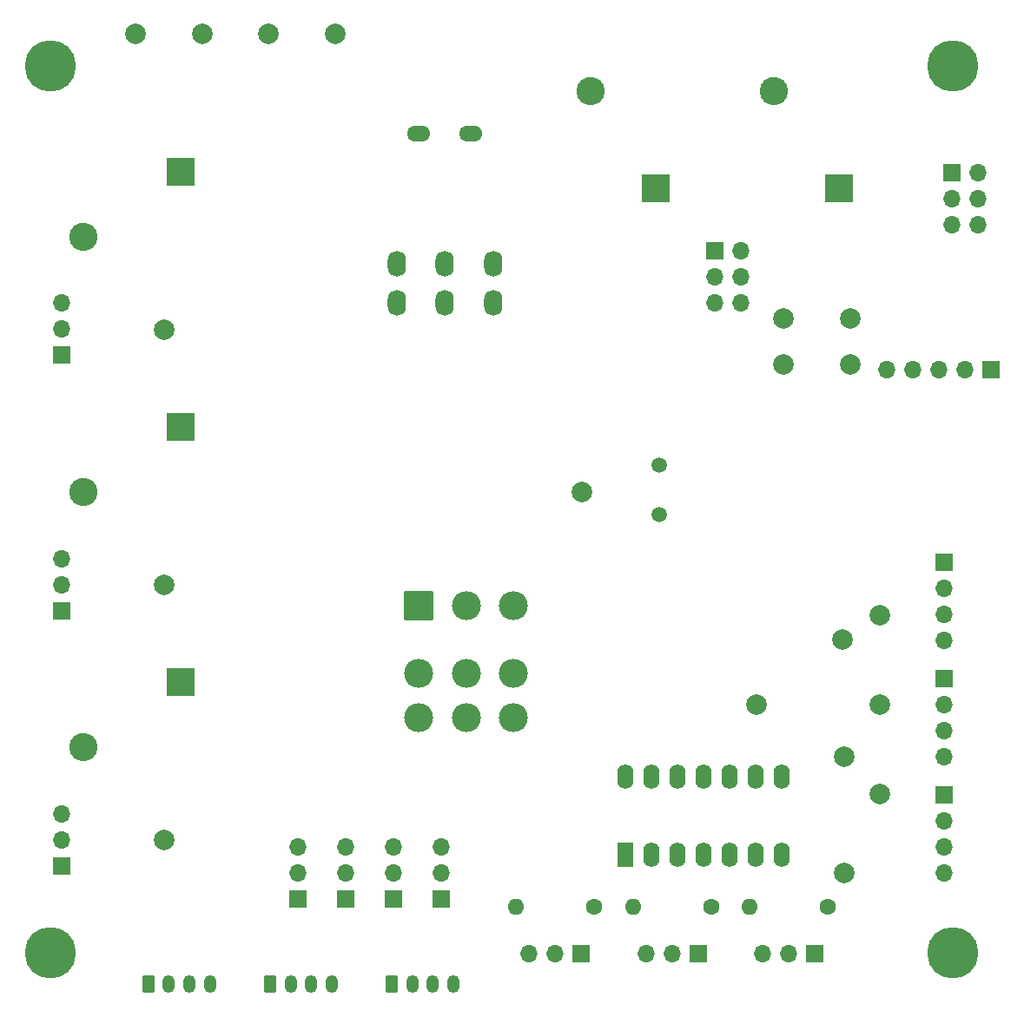
<source format=gbr>
%TF.GenerationSoftware,KiCad,Pcbnew,8.0.0*%
%TF.CreationDate,2024-04-09T16:31:16-05:00*%
%TF.ProjectId,MainBoardv2,4d61696e-426f-4617-9264-76322e6b6963,rev?*%
%TF.SameCoordinates,Original*%
%TF.FileFunction,Soldermask,Bot*%
%TF.FilePolarity,Negative*%
%FSLAX46Y46*%
G04 Gerber Fmt 4.6, Leading zero omitted, Abs format (unit mm)*
G04 Created by KiCad (PCBNEW 8.0.0) date 2024-04-09 16:31:16*
%MOMM*%
%LPD*%
G01*
G04 APERTURE LIST*
G04 Aperture macros list*
%AMRoundRect*
0 Rectangle with rounded corners*
0 $1 Rounding radius*
0 $2 $3 $4 $5 $6 $7 $8 $9 X,Y pos of 4 corners*
0 Add a 4 corners polygon primitive as box body*
4,1,4,$2,$3,$4,$5,$6,$7,$8,$9,$2,$3,0*
0 Add four circle primitives for the rounded corners*
1,1,$1+$1,$2,$3*
1,1,$1+$1,$4,$5*
1,1,$1+$1,$6,$7*
1,1,$1+$1,$8,$9*
0 Add four rect primitives between the rounded corners*
20,1,$1+$1,$2,$3,$4,$5,0*
20,1,$1+$1,$4,$5,$6,$7,0*
20,1,$1+$1,$6,$7,$8,$9,0*
20,1,$1+$1,$8,$9,$2,$3,0*%
G04 Aperture macros list end*
%ADD10C,2.000000*%
%ADD11R,1.700000X1.700000*%
%ADD12O,1.700000X1.700000*%
%ADD13C,5.000000*%
%ADD14RoundRect,0.102000X1.314450X1.314450X-1.314450X1.314450X-1.314450X-1.314450X1.314450X-1.314450X0*%
%ADD15C,2.832900*%
%ADD16C,1.500000*%
%ADD17RoundRect,0.250000X-0.350000X-0.625000X0.350000X-0.625000X0.350000X0.625000X-0.350000X0.625000X0*%
%ADD18O,1.200000X1.750000*%
%ADD19RoundRect,0.102000X-1.275000X1.275000X-1.275000X-1.275000X1.275000X-1.275000X1.275000X1.275000X0*%
%ADD20C,2.754000*%
%ADD21C,1.600000*%
%ADD22O,1.600000X1.600000*%
%ADD23R,1.600000X2.400000*%
%ADD24O,1.600000X2.400000*%
%ADD25RoundRect,0.102000X1.275000X1.275000X-1.275000X1.275000X-1.275000X-1.275000X1.275000X-1.275000X0*%
%ADD26O,1.778000X2.540000*%
%ADD27O,2.286000X1.524000*%
G04 APERTURE END LIST*
D10*
%TO.C,TP3*%
X174000000Y-109200000D03*
%TD*%
D11*
%TO.C,J9*%
X183875000Y-124380000D03*
D12*
X183875000Y-126920000D03*
X183875000Y-129460000D03*
X183875000Y-132000000D03*
%TD*%
D13*
%TO.C,H2*%
X184750000Y-53250000D03*
%TD*%
%TO.C,H3*%
X96750000Y-139750000D03*
%TD*%
D14*
%TO.C,SW3*%
X132705200Y-105946800D03*
D15*
X137302600Y-105946800D03*
X141900000Y-105946800D03*
X132705200Y-112500000D03*
X137302600Y-112500000D03*
X141900000Y-112500000D03*
X132705200Y-116868800D03*
X137302600Y-116868800D03*
X141900000Y-116868800D03*
%TD*%
D16*
%TO.C,Y1*%
X156175000Y-92150000D03*
X156175000Y-97030000D03*
%TD*%
D10*
%TO.C,TP5*%
X177600000Y-115600000D03*
%TD*%
D13*
%TO.C,H1*%
X96750000Y-53250000D03*
%TD*%
D11*
%TO.C,J11*%
X134900000Y-134500000D03*
D12*
X134900000Y-131960000D03*
X134900000Y-129420000D03*
%TD*%
D17*
%TO.C,J15*%
X118200000Y-142800000D03*
D18*
X120200000Y-142800000D03*
X122200000Y-142800000D03*
X124200000Y-142800000D03*
%TD*%
D11*
%TO.C,J13*%
X97875000Y-106375000D03*
D12*
X97875000Y-103835000D03*
X97875000Y-101295000D03*
%TD*%
D11*
%TO.C,J17*%
X125600000Y-134500000D03*
D12*
X125600000Y-131960000D03*
X125600000Y-129420000D03*
%TD*%
D11*
%TO.C,J3*%
X161560000Y-71320000D03*
D12*
X164100000Y-71320000D03*
X161560000Y-73860000D03*
X164100000Y-73860000D03*
X161560000Y-76400000D03*
X164100000Y-76400000D03*
%TD*%
D11*
%TO.C,J1*%
X184660000Y-63660000D03*
D12*
X187200000Y-63660000D03*
X184660000Y-66200000D03*
X187200000Y-66200000D03*
X184660000Y-68740000D03*
X187200000Y-68740000D03*
%TD*%
D10*
%TO.C,TP4*%
X177600000Y-106800000D03*
%TD*%
D19*
%TO.C,J20*%
X109462500Y-63575000D03*
D20*
X99962500Y-69925000D03*
%TD*%
D11*
%TO.C,J24*%
X159905000Y-139900000D03*
D12*
X157365000Y-139900000D03*
X154825000Y-139900000D03*
%TD*%
D17*
%TO.C,J12*%
X106325000Y-142800000D03*
D18*
X108325000Y-142800000D03*
X110325000Y-142800000D03*
X112325000Y-142800000D03*
%TD*%
D11*
%TO.C,J19*%
X120900000Y-134500000D03*
D12*
X120900000Y-131960000D03*
X120900000Y-129420000D03*
%TD*%
D10*
%TO.C,TP13*%
X107875000Y-78950000D03*
%TD*%
D11*
%TO.C,J23*%
X148530000Y-139900000D03*
D12*
X145990000Y-139900000D03*
X143450000Y-139900000D03*
%TD*%
D10*
%TO.C,TP9*%
X174200000Y-120600000D03*
%TD*%
D11*
%TO.C,J10*%
X97875000Y-81475000D03*
D12*
X97875000Y-78935000D03*
X97875000Y-76395000D03*
%TD*%
D21*
%TO.C,R13*%
X172565000Y-135300000D03*
D22*
X164945000Y-135300000D03*
%TD*%
D10*
%TO.C,TP11*%
X107875000Y-128750000D03*
%TD*%
D11*
%TO.C,J8*%
X183875000Y-113040000D03*
D12*
X183875000Y-115580000D03*
X183875000Y-118120000D03*
X183875000Y-120660000D03*
%TD*%
D10*
%TO.C,TP15*%
X148600000Y-94800000D03*
%TD*%
D21*
%TO.C,R11*%
X149815000Y-135300000D03*
D22*
X142195000Y-135300000D03*
%TD*%
D23*
%TO.C,U4*%
X152800000Y-130200000D03*
D24*
X155340000Y-130200000D03*
X157880000Y-130200000D03*
X160420000Y-130200000D03*
X162960000Y-130200000D03*
X165500000Y-130200000D03*
X168040000Y-130200000D03*
X168040000Y-122580000D03*
X165500000Y-122580000D03*
X162960000Y-122580000D03*
X160420000Y-122580000D03*
X157880000Y-122580000D03*
X155340000Y-122580000D03*
X152800000Y-122580000D03*
%TD*%
D10*
%TO.C,SW1*%
X168250000Y-77850000D03*
X174750000Y-77850000D03*
X168250000Y-82350000D03*
X174750000Y-82350000D03*
%TD*%
%TO.C,TP12*%
X107875000Y-103850000D03*
%TD*%
%TO.C,TP7*%
X105075002Y-50150000D03*
%TD*%
D11*
%TO.C,J25*%
X171280000Y-139900000D03*
D12*
X168740000Y-139900000D03*
X166200000Y-139900000D03*
%TD*%
D10*
%TO.C,TP1*%
X118075001Y-50150000D03*
%TD*%
D11*
%TO.C,J4*%
X188450000Y-82900000D03*
D12*
X185910000Y-82900000D03*
X183370000Y-82900000D03*
X180830000Y-82900000D03*
X178290000Y-82900000D03*
%TD*%
D25*
%TO.C,J7*%
X173650000Y-65200000D03*
D20*
X167300000Y-55700000D03*
%TD*%
D21*
%TO.C,R12*%
X161190000Y-135300000D03*
D22*
X153570000Y-135300000D03*
%TD*%
D13*
%TO.C,H4*%
X184750000Y-139750000D03*
%TD*%
D25*
%TO.C,J5*%
X155805000Y-65200000D03*
D20*
X149455000Y-55700000D03*
%TD*%
D19*
%TO.C,J21*%
X109462500Y-88475000D03*
D20*
X99962500Y-94825000D03*
%TD*%
D11*
%TO.C,J16*%
X97875000Y-131275000D03*
D12*
X97875000Y-128735000D03*
X97875000Y-126195000D03*
%TD*%
D10*
%TO.C,TP2*%
X124575002Y-50150000D03*
%TD*%
D11*
%TO.C,J6*%
X183875000Y-101700000D03*
D12*
X183875000Y-104240000D03*
X183875000Y-106780000D03*
X183875000Y-109320000D03*
%TD*%
D17*
%TO.C,J18*%
X130075000Y-142800000D03*
D18*
X132075000Y-142800000D03*
X134075000Y-142800000D03*
X136075000Y-142800000D03*
%TD*%
D26*
%TO.C,SW2*%
X139959000Y-76375000D03*
X135260000Y-76375000D03*
X130561000Y-76375000D03*
X139959000Y-72565000D03*
X135260000Y-72565000D03*
X130561000Y-72565000D03*
D27*
X137800000Y-59865000D03*
X132720000Y-59865000D03*
%TD*%
D10*
%TO.C,TP14*%
X165600000Y-115600000D03*
%TD*%
%TO.C,TP8*%
X111575001Y-50150000D03*
%TD*%
%TO.C,TP10*%
X174200000Y-132000000D03*
%TD*%
D19*
%TO.C,J22*%
X109462500Y-113375000D03*
D20*
X99962500Y-119725000D03*
%TD*%
D11*
%TO.C,J14*%
X130233334Y-134500000D03*
D12*
X130233334Y-131960000D03*
X130233334Y-129420000D03*
%TD*%
D10*
%TO.C,TP6*%
X177600000Y-124300000D03*
%TD*%
M02*

</source>
